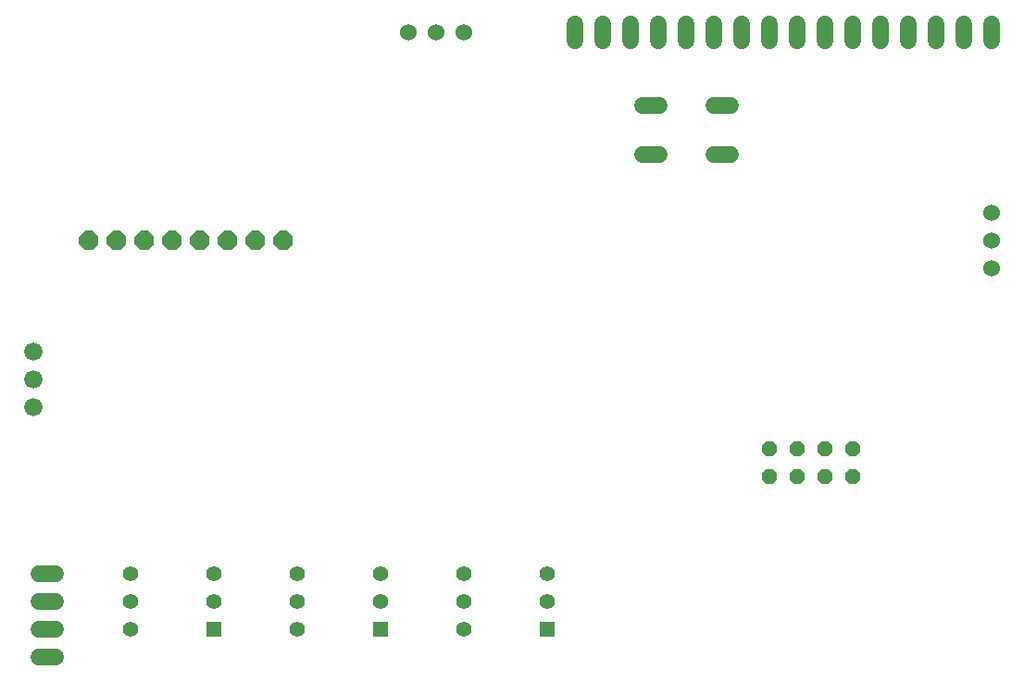
<source format=gbr>
G04 EAGLE Gerber X2 export*
%TF.Part,Single*%
%TF.FileFunction,Copper,L2,Bot,Mixed*%
%TF.FilePolarity,Positive*%
%TF.GenerationSoftware,Autodesk,EAGLE,9.0.0*%
%TF.CreationDate,2019-07-04T23:27:38Z*%
G75*
%MOMM*%
%FSLAX34Y34*%
%LPD*%
%AMOC8*
5,1,8,0,0,1.08239X$1,22.5*%
G01*
%ADD10P,1.924489X8X292.500000*%
%ADD11C,1.524000*%
%ADD12C,1.524000*%
%ADD13P,1.539592X8X22.500000*%
%ADD14R,1.408000X1.408000*%
%ADD15C,1.408000*%
%ADD16C,1.676400*%


D10*
X279400Y558800D03*
X254000Y558800D03*
X228600Y558800D03*
X203200Y558800D03*
X177800Y558800D03*
X152400Y558800D03*
X127000Y558800D03*
X101600Y558800D03*
D11*
X927100Y584200D03*
X927100Y558800D03*
X927100Y533400D03*
D12*
X927100Y741680D02*
X927100Y756920D01*
X901700Y756920D02*
X901700Y741680D01*
X876300Y741680D02*
X876300Y756920D01*
X850900Y756920D02*
X850900Y741680D01*
X825500Y741680D02*
X825500Y756920D01*
X800100Y756920D02*
X800100Y741680D01*
X774700Y741680D02*
X774700Y756920D01*
X749300Y756920D02*
X749300Y741680D01*
X723900Y741680D02*
X723900Y756920D01*
X698500Y756920D02*
X698500Y741680D01*
X673100Y741680D02*
X673100Y756920D01*
X647700Y756920D02*
X647700Y741680D01*
X622300Y741680D02*
X622300Y756920D01*
X596900Y756920D02*
X596900Y741680D01*
X571500Y741680D02*
X571500Y756920D01*
X546100Y756920D02*
X546100Y741680D01*
D13*
X723900Y342900D03*
X723900Y368300D03*
X749300Y342900D03*
X749300Y368300D03*
X774700Y342900D03*
X774700Y368300D03*
X800100Y368300D03*
X800100Y342900D03*
D12*
X622808Y683006D02*
X607568Y683006D01*
X607568Y637794D02*
X622808Y637794D01*
X672592Y683006D02*
X687832Y683006D01*
X687832Y637794D02*
X672592Y637794D01*
D11*
X393700Y749300D03*
X419100Y749300D03*
X444500Y749300D03*
D14*
X215900Y203200D03*
D15*
X215900Y228600D03*
X215900Y254000D03*
X139700Y254000D03*
X139700Y228600D03*
X139700Y203200D03*
D14*
X520700Y203200D03*
D15*
X520700Y228600D03*
X520700Y254000D03*
X444500Y254000D03*
X444500Y228600D03*
X444500Y203200D03*
D14*
X368300Y203200D03*
D15*
X368300Y228600D03*
X368300Y254000D03*
X292100Y254000D03*
X292100Y228600D03*
X292100Y203200D03*
D12*
X71120Y177800D02*
X55880Y177800D01*
X55880Y203200D02*
X71120Y203200D01*
X71120Y228600D02*
X55880Y228600D01*
X55880Y254000D02*
X71120Y254000D01*
D16*
X50800Y406400D03*
X50800Y431800D03*
X50800Y457200D03*
M02*

</source>
